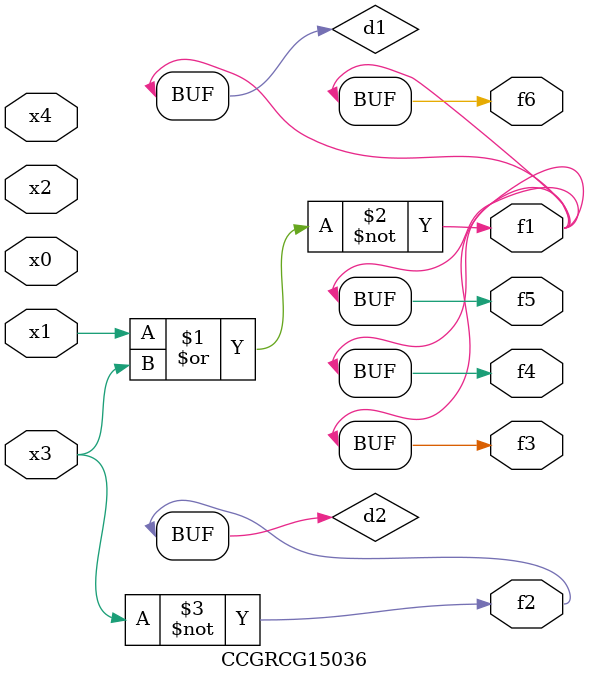
<source format=v>
module CCGRCG15036(
	input x0, x1, x2, x3, x4,
	output f1, f2, f3, f4, f5, f6
);

	wire d1, d2;

	nor (d1, x1, x3);
	not (d2, x3);
	assign f1 = d1;
	assign f2 = d2;
	assign f3 = d1;
	assign f4 = d1;
	assign f5 = d1;
	assign f6 = d1;
endmodule

</source>
